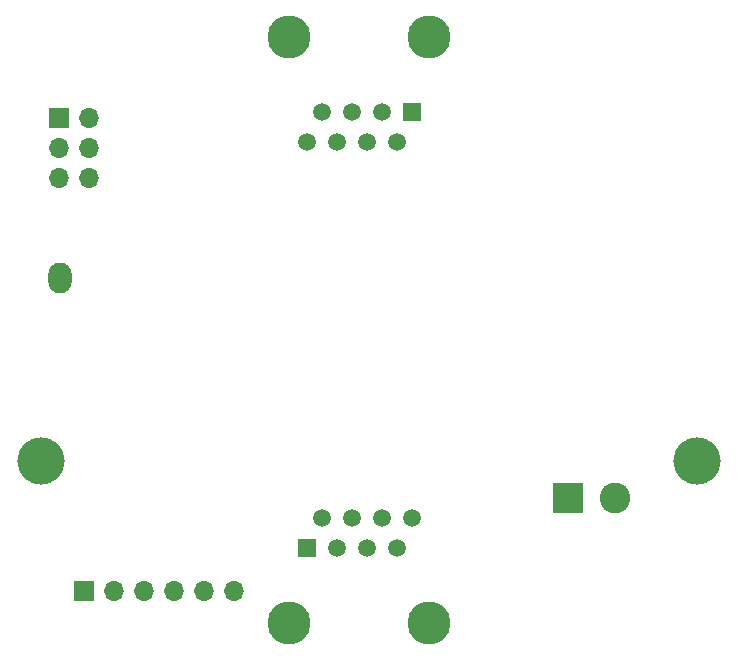
<source format=gbs>
G04 #@! TF.FileFunction,Soldermask,Bot*
%FSLAX46Y46*%
G04 Gerber Fmt 4.6, Leading zero omitted, Abs format (unit mm)*
G04 Created by KiCad (PCBNEW 4.0.5) date Monday, March 13, 2017 'PMt' 09:43:04 PM*
%MOMM*%
%LPD*%
G01*
G04 APERTURE LIST*
%ADD10C,0.100000*%
%ADD11C,4.000000*%
%ADD12O,2.000000X2.600000*%
%ADD13C,3.650000*%
%ADD14R,1.500000X1.500000*%
%ADD15C,1.500000*%
%ADD16R,1.700000X1.700000*%
%ADD17O,1.700000X1.700000*%
%ADD18R,2.600000X2.600000*%
%ADD19C,2.600000*%
G04 APERTURE END LIST*
D10*
D11*
X111000000Y-99000000D03*
D12*
X112600000Y-83500000D03*
D13*
X143870000Y-112700000D03*
X132000000Y-112700000D03*
D14*
X133490000Y-106350000D03*
D15*
X134760000Y-103810000D03*
X136030000Y-106350000D03*
X137300000Y-103810000D03*
X138570000Y-106350000D03*
X139840000Y-103810000D03*
X141110000Y-106350000D03*
X142380000Y-103810000D03*
D13*
X132000000Y-63150000D03*
X143870000Y-63150000D03*
D14*
X142380000Y-69500000D03*
D15*
X141110000Y-72040000D03*
X139840000Y-69500000D03*
X138570000Y-72040000D03*
X137300000Y-69500000D03*
X136030000Y-72040000D03*
X134760000Y-69500000D03*
X133490000Y-72040000D03*
D16*
X112500000Y-69960000D03*
D17*
X115040000Y-69960000D03*
X112500000Y-72500000D03*
X115040000Y-72500000D03*
X112500000Y-75040000D03*
X115040000Y-75040000D03*
D16*
X114660000Y-110000000D03*
D17*
X117200000Y-110000000D03*
X119740000Y-110000000D03*
X122280000Y-110000000D03*
X124820000Y-110000000D03*
X127360000Y-110000000D03*
D11*
X166500000Y-99000000D03*
D18*
X155620000Y-102180000D03*
D19*
X159580000Y-102180000D03*
M02*

</source>
